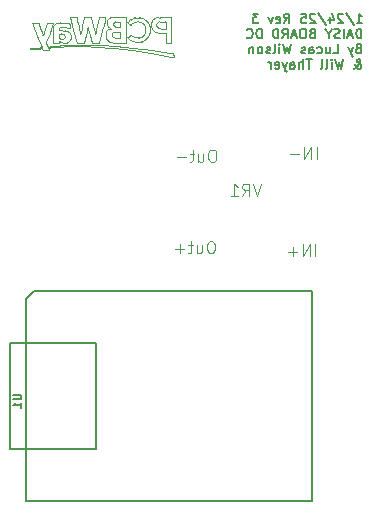
<source format=gbr>
%TF.GenerationSoftware,KiCad,Pcbnew,8.0.4*%
%TF.CreationDate,2025-02-11T21:16:32-05:00*%
%TF.ProjectId,DC_ESP32_Motor_Board_CAN,44435f45-5350-4333-925f-4d6f746f725f,rev?*%
%TF.SameCoordinates,Original*%
%TF.FileFunction,Legend,Bot*%
%TF.FilePolarity,Positive*%
%FSLAX46Y46*%
G04 Gerber Fmt 4.6, Leading zero omitted, Abs format (unit mm)*
G04 Created by KiCad (PCBNEW 8.0.4) date 2025-02-11 21:16:32*
%MOMM*%
%LPD*%
G01*
G04 APERTURE LIST*
%ADD10C,0.100000*%
%ADD11C,0.175000*%
%ADD12C,0.150000*%
%ADD13C,0.127000*%
G04 APERTURE END LIST*
D10*
X86772107Y-58784719D02*
X86702151Y-58785459D01*
X83278584Y-59453199D02*
X83221511Y-59728940D01*
X80238166Y-60872605D02*
G75*
G02*
X80180031Y-60835493I340134J596905D01*
G01*
X89457827Y-61765612D02*
X89338671Y-61743742D01*
X78215410Y-60309059D02*
X78573169Y-61279217D01*
X79035060Y-61058686D02*
X78993966Y-60951332D01*
X85949821Y-59075925D02*
X85869975Y-59146939D01*
X89338671Y-61743742D02*
X87886429Y-61506017D01*
X87170299Y-60356915D02*
G75*
G02*
X87064910Y-60421545I-396499J528315D01*
G01*
X89323431Y-60914526D02*
X89536791Y-60914526D01*
X89768773Y-62118490D02*
G75*
G02*
X89764099Y-62119971I-3773J3790D01*
G01*
X80027031Y-61260483D02*
X80776199Y-61220035D01*
X84698246Y-59360314D02*
G75*
G02*
X84707877Y-59287648I272054J914D01*
G01*
X88508139Y-59697807D02*
G75*
G02*
X88447799Y-59661693I129661J285107D01*
G01*
X86504190Y-60849231D02*
X86558548Y-60854777D01*
X77865876Y-61444367D02*
X78258696Y-61411851D01*
X81160582Y-59418655D02*
X81265130Y-59832486D01*
X78619797Y-61405801D02*
X78628262Y-61427607D01*
X88853531Y-59733460D02*
X88683785Y-59728585D01*
X83444089Y-60909446D02*
X83716657Y-59832486D01*
X81848936Y-60160446D02*
X81807896Y-59972567D01*
X88659016Y-58763533D02*
X88519122Y-58771130D01*
X80993653Y-58752981D02*
G75*
G02*
X80992362Y-58742826I42647J10581D01*
G01*
X81565262Y-58847344D02*
X81554576Y-58798706D01*
X83716657Y-59832486D02*
X83821169Y-59418644D01*
X84587084Y-60369367D02*
G75*
G02*
X84560826Y-60264285I285516J127167D01*
G01*
X81807896Y-59972567D02*
X81761925Y-59760875D01*
X80129509Y-60540206D02*
G75*
G02*
X80103281Y-60522712I124991J215806D01*
G01*
X82441442Y-59769716D02*
X82493214Y-59575824D01*
X79583365Y-59595671D02*
G75*
G02*
X79616926Y-59511712I371035J-99629D01*
G01*
X79485201Y-59499780D02*
X79569280Y-59275164D01*
X81078616Y-60265949D02*
G75*
G02*
X81093320Y-60344570I-409916J-117351D01*
G01*
X89709466Y-61820934D02*
G75*
G02*
X89713820Y-61828827I-10366J-10866D01*
G01*
X79404410Y-59268865D02*
X79301529Y-59268606D01*
X84319384Y-60809296D02*
X84387088Y-60841373D01*
X84696090Y-61365027D02*
X86211353Y-61534164D01*
X79559671Y-60296901D02*
X79559671Y-60914526D01*
X82548743Y-59769683D02*
X82603985Y-59985310D01*
X89617455Y-62094761D02*
X89695384Y-62108487D01*
X89695384Y-62108487D02*
X89764096Y-62119986D01*
X85038451Y-59129138D02*
X85198471Y-59123938D01*
X88128634Y-59956992D02*
G75*
G02*
X88027484Y-59858555I353366J464292D01*
G01*
X87905921Y-59600154D02*
G75*
G02*
X87892442Y-59501212I599479J132054D01*
G01*
X87937219Y-59141247D02*
X87934073Y-59149754D01*
X84694844Y-60010302D02*
X84764585Y-59974726D01*
X84184067Y-59455633D02*
G75*
G02*
X84153015Y-59362088I388333J180833D01*
G01*
X80261550Y-60599494D02*
G75*
G02*
X80232224Y-60591623I31650J176494D01*
G01*
X84914163Y-59136279D02*
X84974370Y-59131993D01*
X85046452Y-59593726D02*
X84963199Y-59592918D01*
X84981528Y-59971175D02*
X85198471Y-59967625D01*
X84765533Y-58737997D02*
X84661179Y-58745918D01*
X82311618Y-61074988D02*
X81684804Y-61077378D01*
X83909188Y-59068105D02*
X83988007Y-58753001D01*
X80062591Y-59831673D02*
X80065558Y-59786746D01*
X86444092Y-59197358D02*
G75*
G02*
X86581936Y-59157236I260708J-638842D01*
G01*
X86535924Y-58793157D02*
X86494797Y-58798624D01*
X77837230Y-59286386D02*
G75*
G02*
X77842307Y-59276130I7270J2786D01*
G01*
X78584629Y-59988078D02*
X78484110Y-59672280D01*
X80928731Y-59692322D02*
G75*
G02*
X80906864Y-59687202I23569J149922D01*
G01*
X89110071Y-59433873D02*
X89110071Y-59737994D01*
X80392438Y-59583587D02*
G75*
G02*
X80531816Y-59585439I57862J-891213D01*
G01*
X86112593Y-59423257D02*
X86171233Y-59372785D01*
X86897694Y-60485866D02*
G75*
G02*
X86819448Y-60498119I-120694J514766D01*
G01*
X89087669Y-59116584D02*
G75*
G02*
X89103316Y-59122961I231J-21816D01*
G01*
X79567135Y-59691422D02*
G75*
G02*
X79583364Y-59595671I514065J-37878D01*
G01*
X84035403Y-60274446D02*
X84035151Y-60503046D01*
X84200154Y-58991599D02*
G75*
G02*
X84252885Y-58919876I289646J-157701D01*
G01*
X79716818Y-59385782D02*
G75*
G02*
X79763121Y-59351330I361282J-437218D01*
G01*
X81291951Y-61086160D02*
X80820731Y-61106519D01*
X80844836Y-59667629D02*
X80880042Y-59679183D01*
X85896136Y-59216209D02*
X85937111Y-59257643D01*
X80617244Y-59597864D02*
G75*
G02*
X80707191Y-59620451I-188444J-940836D01*
G01*
X84422292Y-59725161D02*
X84406708Y-59730785D01*
X79213966Y-61519886D02*
G75*
G02*
X79214229Y-61521679I-8166J-2114D01*
G01*
X86799674Y-60498882D02*
X86722471Y-60501882D01*
X79647235Y-59462115D02*
G75*
G02*
X79679380Y-59421444I303565J-206885D01*
G01*
X78681089Y-60287101D02*
X78584629Y-59988078D01*
X78637881Y-61453061D02*
X78662553Y-61519046D01*
X89087669Y-59116557D02*
X89087669Y-59116584D01*
X80283949Y-59593628D02*
G75*
G02*
X80353767Y-59584982I108751J-591972D01*
G01*
X83221511Y-59728940D02*
X83172439Y-59962127D01*
X82668631Y-60241448D02*
X82836271Y-60909446D01*
X87398885Y-59654211D02*
G75*
G02*
X87412239Y-59742809I-435785J-110989D01*
G01*
X86977639Y-60845309D02*
G75*
G02*
X86889656Y-60855022I-96139J467509D01*
G01*
X84764585Y-59974726D02*
X84981528Y-59971175D01*
X83852402Y-58731646D02*
X83707844Y-58732505D01*
X80091718Y-60764030D02*
X80108132Y-60777298D01*
X88399107Y-59612947D02*
G75*
G02*
X88373683Y-59578953I179493J160747D01*
G01*
X79986530Y-59257527D02*
G75*
G02*
X80206764Y-59229749I246170J-1064773D01*
G01*
X89653051Y-61801322D02*
X89563554Y-61784971D01*
X84969279Y-58731972D02*
X84765533Y-58737997D01*
X83066808Y-59968360D02*
X83006785Y-59735104D01*
X79867294Y-59295693D02*
G75*
G02*
X79986529Y-59257522I290306J-701507D01*
G01*
X88428966Y-59645456D02*
X88408121Y-59623730D01*
X84734417Y-59493380D02*
G75*
G02*
X84707572Y-59433076I163883J109080D01*
G01*
X86737711Y-60857922D02*
X86859386Y-60856664D01*
X80469626Y-59223027D02*
X80392569Y-59222387D01*
X82207342Y-58735206D02*
X82038529Y-59446406D01*
X88253542Y-60031922D02*
G75*
G02*
X88128630Y-59956997I275458J600822D01*
G01*
X86887641Y-58785639D02*
X86835183Y-58784866D01*
X87967938Y-59072420D02*
G75*
G02*
X87981206Y-59048623I255362J-126780D01*
G01*
X80077610Y-60753250D02*
X80091718Y-60764030D01*
X86967494Y-59180172D02*
G75*
G02*
X87042511Y-59212518I-274694J-740228D01*
G01*
X80961751Y-59498709D02*
X80961751Y-59299869D01*
X84406708Y-59730785D02*
X84388177Y-59736269D01*
X80100691Y-60143509D02*
X80119493Y-60144721D01*
X80880042Y-59679183D02*
X80906865Y-59687200D01*
X86889656Y-60855023D02*
X86925030Y-60853105D01*
X89536791Y-60914526D02*
X89536791Y-59837566D01*
X84875258Y-59583895D02*
G75*
G02*
X84840047Y-59573373I60042J265095D01*
G01*
X79568506Y-59270736D02*
X79491017Y-59269666D01*
X78863592Y-59776660D02*
X78798035Y-59971771D01*
X87347714Y-59516372D02*
G75*
G02*
X87398879Y-59654213I-621014J-308928D01*
G01*
X79281731Y-60041835D02*
X79392199Y-59747860D01*
X88447797Y-59661695D02*
G75*
G02*
X88428969Y-59645453I125303J164295D01*
G01*
X88079625Y-58932729D02*
G75*
G02*
X88141210Y-58878535I637775J-662671D01*
G01*
X81684804Y-61077378D02*
X81291951Y-61086160D01*
X77765399Y-61450194D02*
X77865876Y-61444367D01*
X80986775Y-60097456D02*
G75*
G02*
X81042345Y-60177761I-358775J-307644D01*
G01*
X85869031Y-60486082D02*
G75*
G02*
X85871568Y-60479317I10069J82D01*
G01*
X81093327Y-60344569D02*
G75*
G02*
X81097460Y-60443933I-1001527J-91431D01*
G01*
X81841097Y-60909446D02*
X82144409Y-60909446D01*
X79568506Y-59270736D02*
G75*
G02*
X79569778Y-59272214I-206J-1464D01*
G01*
X89563554Y-61784971D02*
X89457827Y-61765612D01*
X86981060Y-60844498D02*
X87041786Y-60830106D01*
X84956609Y-60923072D02*
X85270668Y-60924686D01*
X89771009Y-62111680D02*
G75*
G02*
X89768800Y-62118517I-7909J-1220D01*
G01*
X79103360Y-61234572D02*
X79035060Y-61058686D01*
X81097463Y-60443933D02*
G75*
G02*
X81091818Y-60542287I-997863J7933D01*
G01*
X84736560Y-59224421D02*
G75*
G02*
X84781930Y-59175978I165440J-109479D01*
G01*
X81539242Y-58730126D02*
X81265737Y-58730126D01*
X79679379Y-59421443D02*
G75*
G02*
X79716818Y-59385782I271021J-247057D01*
G01*
X80300714Y-60904247D02*
G75*
G02*
X80238167Y-60872603I288586J648047D01*
G01*
X80928731Y-59692322D02*
X80961751Y-59697549D01*
X88716532Y-59125881D02*
X88851119Y-59119565D01*
X84434672Y-59713353D02*
G75*
G02*
X84436441Y-59716866I-2672J-3547D01*
G01*
X89110071Y-60104377D02*
X89110071Y-60509451D01*
X78686768Y-60289156D02*
G75*
G02*
X78681040Y-60287117I-2068J3256D01*
G01*
X81867770Y-60160471D02*
G75*
G02*
X81863977Y-60172804I-102170J24671D01*
G01*
X85198471Y-59358832D02*
X85198471Y-59593726D01*
X81042343Y-60177762D02*
G75*
G02*
X81078621Y-60265948I-376743J-206538D01*
G01*
X78484110Y-59672280D02*
X78378292Y-59332106D01*
X88027485Y-59858555D02*
G75*
G02*
X87952790Y-59738590I456315J367355D01*
G01*
X88343366Y-59456084D02*
G75*
G02*
X88346457Y-59358718I776534J24084D01*
G01*
X88469343Y-59178657D02*
G75*
G02*
X88526226Y-59152256I129457J-204443D01*
G01*
X87401722Y-59972525D02*
G75*
G02*
X87380316Y-60059405I-443622J63225D01*
G01*
X86799674Y-60498882D02*
G75*
G02*
X86573039Y-60489528I-74974J933682D01*
G01*
X80923651Y-59289864D02*
X80859632Y-59275150D01*
X84306426Y-59624274D02*
G75*
G02*
X84237265Y-59546056I370374J397174D01*
G01*
X80580432Y-60406526D02*
G75*
G02*
X80566696Y-60495580I-286632J-1374D01*
G01*
X83329031Y-61086321D02*
X82938172Y-61077470D01*
X85862254Y-59180306D02*
X85896136Y-59216209D01*
X80853859Y-60893079D02*
G75*
G02*
X80743309Y-60941366I-254459J431879D01*
G01*
X85878051Y-60506088D02*
X85878073Y-60506063D01*
X83983471Y-58735722D02*
X83931806Y-58732988D01*
X87892437Y-59501212D02*
G75*
G02*
X87891869Y-59382741I1203963J65012D01*
G01*
X80153885Y-60148165D02*
X80194052Y-60152654D01*
X85937111Y-59257643D02*
X85985732Y-59304237D01*
X80557783Y-60960066D02*
G75*
G02*
X80453993Y-60951058I26817J911466D01*
G01*
X80537584Y-59225000D02*
X80469626Y-59223027D01*
X86573040Y-60489521D02*
G75*
G02*
X86443796Y-60453218I98060J597321D01*
G01*
X89700689Y-61814341D02*
G75*
G02*
X89709465Y-61820935I-26689J-44659D01*
G01*
X89066891Y-58760693D02*
X88659016Y-58763533D01*
X86211353Y-61534164D02*
X87803866Y-61769258D01*
X86036431Y-59005317D02*
G75*
G02*
X86184182Y-58911149I608969J-792483D01*
G01*
X84328919Y-58855247D02*
G75*
G02*
X84421484Y-58802645I334481J-480853D01*
G01*
X84153024Y-59362086D02*
G75*
G02*
X84141710Y-59266750I541376J112586D01*
G01*
X88308472Y-58799307D02*
G75*
G02*
X88519122Y-58771141I222828J-864693D01*
G01*
X80820731Y-61106519D02*
X80369283Y-61131993D01*
X80194052Y-60152654D02*
X80221571Y-60156048D01*
X80580751Y-59228311D02*
X80537584Y-59225000D01*
X86115224Y-60224720D02*
X85992127Y-60350267D01*
X78612273Y-61386810D02*
X78619797Y-61405801D01*
X85858871Y-59171704D02*
G75*
G02*
X85869977Y-59146941I32929J104D01*
G01*
X86447775Y-58809054D02*
G75*
G02*
X86535924Y-58793155I136225J-502946D01*
G01*
X82755056Y-58729809D02*
X82481199Y-58732507D01*
X84707560Y-59433079D02*
G75*
G02*
X84698245Y-59360314I289040J73979D01*
G01*
X84760509Y-60917227D02*
X84956609Y-60923072D01*
X83006785Y-59735104D02*
X82936683Y-59456781D01*
X86443792Y-60453227D02*
G75*
G02*
X86319282Y-60387042I256008J631827D01*
G01*
X86183618Y-60283584D02*
X86115224Y-60224720D01*
X83121149Y-60176543D02*
X83066808Y-59968360D01*
X86896047Y-59159089D02*
G75*
G02*
X86967495Y-59180168I-117947J-531411D01*
G01*
X79170335Y-60338144D02*
X79281731Y-60041835D01*
X79154325Y-61363686D02*
X79145140Y-61337611D01*
X87967938Y-59072420D02*
X87952412Y-59105340D01*
X84936633Y-59591352D02*
G75*
G02*
X84875258Y-59583896I5867J304652D01*
G01*
X80707191Y-59620451D02*
X80809351Y-59654932D01*
X82481199Y-58732507D02*
X82207342Y-58735206D01*
X79203790Y-61493125D02*
X79192313Y-61463276D01*
X78101711Y-61346870D02*
X77943808Y-61365327D01*
X82938172Y-61077470D02*
X82311618Y-61074988D01*
X86835183Y-58784866D02*
X86772107Y-58784719D01*
X80067671Y-60833246D02*
X80068107Y-60802081D01*
X82495911Y-59573480D02*
G75*
G02*
X82498444Y-59575475I-11J-2620D01*
G01*
X80743311Y-60941371D02*
G75*
G02*
X80660484Y-60957168I-117811J392671D01*
G01*
X88380104Y-59264304D02*
G75*
G02*
X88417669Y-59220004I287596J-205796D01*
G01*
X83172439Y-59962127D02*
X83127916Y-60171399D01*
X89110071Y-59737994D02*
X88853531Y-59733460D01*
X78378292Y-59332106D02*
X78358743Y-59268606D01*
X81523202Y-61205744D02*
X82316671Y-61217417D01*
X79560793Y-59854246D02*
X79559671Y-60296901D01*
X81858218Y-60183006D02*
G75*
G02*
X81855980Y-60181527I-18J2406D01*
G01*
X78978072Y-60901955D02*
G75*
G02*
X78974905Y-60873046I98828J25455D01*
G01*
X80108132Y-60777298D02*
X80126466Y-60793049D01*
X78628262Y-61427607D02*
X78637881Y-61453061D01*
X83983471Y-58735722D02*
G75*
G02*
X83989375Y-58742665I-1171J-6978D01*
G01*
X85944944Y-60399131D02*
X85905191Y-60441951D01*
X85878051Y-60506088D02*
X85949047Y-60568256D01*
X84045741Y-60029194D02*
G75*
G02*
X84058718Y-59988169I282859J-66906D01*
G01*
X78974901Y-60873046D02*
G75*
G02*
X78980444Y-60844623I91299J-3054D01*
G01*
X78391154Y-61313370D02*
X78101711Y-61346870D01*
X88976087Y-59116868D02*
X89087669Y-59116557D01*
X88683785Y-59728585D02*
G75*
G02*
X88572745Y-59717863I12415J708885D01*
G01*
X86269928Y-58870133D02*
X86189381Y-58908176D01*
X79178687Y-61428367D02*
X79165241Y-61393474D01*
X88802731Y-60099041D02*
X89110071Y-60104377D01*
X87886429Y-61506017D02*
X86357332Y-61312501D01*
X84523487Y-58766719D02*
G75*
G02*
X84661179Y-58745910I170613J-662981D01*
G01*
X78741675Y-60136778D02*
X78690780Y-60284144D01*
X84103712Y-60618163D02*
X84155911Y-60679062D01*
X79213966Y-61519886D02*
X79203790Y-61493125D01*
X79133203Y-61522844D02*
X79213131Y-61522808D01*
X84058716Y-59988168D02*
G75*
G02*
X84105557Y-59911825I246384J-98632D01*
G01*
X80068107Y-60802081D02*
X80069451Y-60775842D01*
X79145140Y-61337611D02*
G75*
G02*
X79145651Y-61335302I2260J711D01*
G01*
X84781935Y-59175984D02*
G75*
G02*
X84840058Y-59146163I113165J-149016D01*
G01*
X80993653Y-58752981D02*
X81072531Y-59068152D01*
X85992127Y-60350267D02*
X85944944Y-60399131D01*
X78990737Y-60816583D02*
X79074313Y-60593839D01*
X80759010Y-59256181D02*
X80656101Y-59238671D01*
X86310217Y-59267900D02*
G75*
G02*
X86444092Y-59197357I428083J-650100D01*
G01*
X79567135Y-59691422D02*
X79560793Y-59854246D01*
X80306234Y-60603325D02*
G75*
G02*
X80261550Y-60599493I-1434J245725D01*
G01*
X86504190Y-60849231D02*
G75*
G02*
X86453232Y-60839745I81410J578931D01*
G01*
X80560197Y-60307630D02*
G75*
G02*
X80580432Y-60406526I-237297J-100070D01*
G01*
X88851119Y-59119565D02*
X88976087Y-59116868D01*
X81606092Y-59036656D02*
X81565262Y-58847344D01*
X87945671Y-59121272D02*
X87937219Y-59141247D01*
X80859632Y-59275150D02*
X80759010Y-59256181D01*
X84252885Y-58919876D02*
G75*
G02*
X84328920Y-58855248I370815J-359224D01*
G01*
X88346459Y-59358718D02*
G75*
G02*
X88357821Y-59307116I216341J-20582D01*
G01*
X80316591Y-59223368D02*
X80206764Y-59229753D01*
X86187297Y-60737567D02*
G75*
G02*
X86045869Y-60645069I536303J974367D01*
G01*
X80949826Y-60819761D02*
G75*
G02*
X80853854Y-60893070I-351326J360461D01*
G01*
X85270668Y-60924686D02*
X85747111Y-60924686D01*
X86581935Y-59157231D02*
G75*
G02*
X86732631Y-59143663I151165J-835269D01*
G01*
X77666688Y-61400652D02*
G75*
G02*
X77688039Y-61396805I46112J-194748D01*
G01*
X84237262Y-59546058D02*
G75*
G02*
X84184059Y-59455637I443238J321658D01*
G01*
X81537785Y-60909446D02*
X81841097Y-60909446D01*
X84404626Y-59693147D02*
X84421296Y-59703903D01*
X80067671Y-60318960D02*
X80067671Y-60142366D01*
X80221571Y-60156048D02*
G75*
G02*
X80401591Y-60189423I-165871J-1396852D01*
G01*
X80566686Y-60495577D02*
G75*
G02*
X80525743Y-60556767I-127286J40877D01*
G01*
X77712907Y-61446673D02*
G75*
G02*
X77673603Y-61431832I18393J108173D01*
G01*
X87326890Y-60177191D02*
G75*
G02*
X87257338Y-60275994I-511790J286391D01*
G01*
X81708419Y-59512446D02*
X81654238Y-59260284D01*
X79214231Y-61521679D02*
G75*
G02*
X79213136Y-61522729I-1031J-21D01*
G01*
X87803866Y-61769258D02*
X89525858Y-62077518D01*
X79491017Y-59269666D02*
X79404410Y-59268865D01*
X81860387Y-60181589D02*
G75*
G02*
X81858218Y-60183000I-2187J989D01*
G01*
X80065558Y-59786746D02*
G75*
G02*
X80074701Y-59737298I214842J-14154D01*
G01*
X86608951Y-58787858D02*
X86544979Y-58791953D01*
X89727390Y-61885134D02*
X89713833Y-61828824D01*
X84963199Y-59592918D02*
X84936633Y-59591352D01*
X85282291Y-58730213D02*
X84969279Y-58731972D01*
X87380320Y-60059406D02*
G75*
G02*
X87326887Y-60177189I-724820J257806D01*
G01*
X81854404Y-60177448D02*
G75*
G02*
X81848929Y-60160448I85596J36948D01*
G01*
X85198471Y-60528446D02*
X85094331Y-60527929D01*
X83821169Y-59418644D02*
X83909188Y-59068105D01*
X83127916Y-60171399D02*
G75*
G02*
X83124596Y-60177458I-12116J2699D01*
G01*
X80603563Y-59898377D02*
X80450483Y-59871794D01*
X89536791Y-58760606D02*
X89066891Y-58760693D01*
X85985732Y-59304237D02*
X86112593Y-59423257D01*
X80169295Y-59632123D02*
G75*
G02*
X80224994Y-59608843I188105J-371777D01*
G01*
X87012312Y-60444878D02*
G75*
G02*
X86897695Y-60485871I-237912J484478D01*
G01*
X83707844Y-58732505D02*
X83426257Y-58735206D01*
X84560817Y-60264286D02*
G75*
G02*
X84563275Y-60177027I439483J31286D01*
G01*
X85198471Y-59593726D02*
X85046452Y-59593726D01*
X89110071Y-60509451D02*
X89110071Y-60914526D01*
X84623573Y-60906209D02*
G75*
G02*
X84517750Y-60887528I94327J843409D01*
G01*
X87586594Y-60473229D02*
G75*
G02*
X87433808Y-60628888I-793994J626529D01*
G01*
X88373689Y-59578949D02*
G75*
G02*
X88356223Y-59547241I305511J188949D01*
G01*
X83207111Y-61255350D02*
X84696090Y-61365027D01*
X88526223Y-59152246D02*
G75*
G02*
X88601821Y-59136013I124177J-394154D01*
G01*
X81091816Y-60542287D02*
G75*
G02*
X81075840Y-60617325I-372016J39987D01*
G01*
X78094520Y-59268606D02*
X77931275Y-59269008D01*
X84267647Y-60778650D02*
G75*
G02*
X84186238Y-60709031I266253J393750D01*
G01*
X84931100Y-60522311D02*
X84898441Y-60520152D01*
X86355911Y-58837159D02*
X86269928Y-58870133D01*
X81761925Y-59760875D02*
X81708419Y-59512446D01*
X89536791Y-59837566D02*
X89536791Y-58760606D01*
X84035151Y-60503046D02*
X84069026Y-60565495D01*
X81863975Y-60172803D02*
X81860387Y-60181589D01*
X77842318Y-59276168D02*
G75*
G02*
X77879529Y-59270923I37882J-134132D01*
G01*
X79781121Y-61279111D02*
X80027031Y-61260483D01*
X89108081Y-59217098D02*
X89109583Y-59316795D01*
X84421296Y-59703903D02*
X84434672Y-59713353D01*
X84840045Y-59573377D02*
G75*
G02*
X84778939Y-59540178I87655J234177D01*
G01*
X78393067Y-61400793D02*
X78506560Y-61391844D01*
X88417670Y-59220005D02*
G75*
G02*
X88469338Y-59178649I211830J-211695D01*
G01*
X79192313Y-61463276D02*
X79178687Y-61428367D01*
X85198471Y-59967625D02*
X85198471Y-60528446D01*
X87891871Y-59382741D02*
G75*
G02*
X87902793Y-59266474I1182729J-52459D01*
G01*
X80347061Y-60604001D02*
X80306234Y-60603325D01*
X84282575Y-59776681D02*
G75*
G02*
X84388179Y-59736277I253025J-503119D01*
G01*
X81025373Y-60725940D02*
G75*
G02*
X80949828Y-60819763I-425073J264940D01*
G01*
X80367489Y-60930348D02*
G75*
G02*
X80300713Y-60904250I248511J734348D01*
G01*
X86702151Y-58785459D02*
X86608951Y-58787858D01*
X81973396Y-59720158D02*
X81917613Y-59953168D01*
X80197368Y-60577229D02*
X80172434Y-60564820D01*
X87934073Y-59149754D02*
X87924806Y-59174811D01*
X84141716Y-59266750D02*
G75*
G02*
X84146441Y-59167662I629284J19650D01*
G01*
X85747111Y-59827406D02*
X85747111Y-58730126D01*
X80961751Y-59697549D02*
X80961751Y-59498709D01*
X81075847Y-60617327D02*
G75*
G02*
X81025375Y-60725941I-466247J150627D01*
G01*
X84989062Y-60525116D02*
X84931100Y-60522311D01*
X80067671Y-60142366D02*
X80100691Y-60143509D01*
X77873156Y-59381089D02*
X78215410Y-60309059D01*
X80250551Y-59849254D02*
X80062591Y-59831673D01*
X81265130Y-59832486D02*
X81537785Y-60909446D01*
X77931275Y-59269008D02*
X77879529Y-59270921D01*
X87257339Y-60275995D02*
G75*
G02*
X87170300Y-60356917I-426339J371295D01*
G01*
X84584770Y-60109129D02*
G75*
G02*
X84627782Y-60055247I163330J-86271D01*
G01*
X83124611Y-60177473D02*
G75*
G02*
X83121109Y-60176552I-1511J1373D01*
G01*
X89689081Y-61808866D02*
G75*
G02*
X89700689Y-61814341I-22681J-63134D01*
G01*
X80660484Y-60957173D02*
G75*
G02*
X80557783Y-60960062I-76484J891973D01*
G01*
X79559671Y-60914526D02*
X79813671Y-60914526D01*
X80069451Y-60775842D02*
X80071272Y-60754479D01*
X80656101Y-59238671D02*
X80580751Y-59228311D01*
X79763122Y-59351332D02*
G75*
G02*
X79867292Y-59295688I334278J-500468D01*
G01*
X89677619Y-61805709D02*
G75*
G02*
X89689082Y-61808862I-15619J-79191D01*
G01*
X82498500Y-59575461D02*
X82548743Y-59769683D01*
X89771009Y-62111680D02*
X89748426Y-61992097D01*
X87448293Y-59038806D02*
G75*
G02*
X87636079Y-59251723I-639393J-753194D01*
G01*
X87433804Y-60628883D02*
G75*
G02*
X87248639Y-60750285I-661604J807183D01*
G01*
X86447775Y-58809054D02*
X86355911Y-58837159D01*
X89103298Y-59122979D02*
G75*
G02*
X89106075Y-59129411I-6498J-6621D01*
G01*
X80369283Y-61131993D02*
X79920169Y-61163675D01*
X86357332Y-61312501D02*
X84816523Y-61170200D01*
X87760117Y-60112040D02*
G75*
G02*
X87697870Y-60292274I-911217J213840D01*
G01*
X80094816Y-59695167D02*
G75*
G02*
X80126372Y-59660257I135684J-90933D01*
G01*
X80145715Y-60550015D02*
X80129509Y-60540206D01*
X82603985Y-59985310D02*
X82668631Y-60241448D01*
X79455975Y-61202682D02*
X79103360Y-61234572D01*
X80103280Y-60522714D02*
X80067671Y-60495554D01*
X87412245Y-59742809D02*
G75*
G02*
X87412487Y-59857936I-1202345J-60091D01*
G01*
X80453992Y-60951063D02*
G75*
G02*
X80367488Y-60930351I69808J482563D01*
G01*
X82316671Y-61217417D02*
X83207111Y-61255350D01*
X86905351Y-58787449D02*
G75*
G02*
X87199909Y-58881134I-242751J-1273151D01*
G01*
X80992352Y-58742826D02*
G75*
G02*
X80998708Y-58735962I6748J126D01*
G01*
X84563282Y-60177028D02*
G75*
G02*
X84584758Y-60109123I198318J-25372D01*
G01*
X86184184Y-58911153D02*
X86113753Y-58951496D01*
X87412483Y-59857936D02*
G75*
G02*
X87401723Y-59972525I-1200583J54936D01*
G01*
X89748426Y-61992097D02*
X89727390Y-61885134D01*
X86820424Y-59147449D02*
G75*
G02*
X86896046Y-59159093I-50224J-577551D01*
G01*
X80073732Y-60751966D02*
G75*
G02*
X80077614Y-60753244I-32J-6634D01*
G01*
X88601820Y-59136008D02*
X88716532Y-59125881D01*
X84036167Y-60135042D02*
X84035403Y-60274446D01*
X88572745Y-59717864D02*
G75*
G02*
X88508140Y-59697806I46755J264664D01*
G01*
X87791166Y-59907429D02*
G75*
G02*
X87760125Y-60112042I-1292566J91429D01*
G01*
X87981209Y-59048625D02*
G75*
G02*
X88022059Y-58993309I368891J-229675D01*
G01*
X79920169Y-61163675D02*
X79455975Y-61202682D01*
X86362043Y-60814046D02*
G75*
G02*
X86273300Y-60779961I328157J986946D01*
G01*
X78690780Y-60284144D02*
G75*
G02*
X78686777Y-60289171I-8980J3044D01*
G01*
X78573169Y-61279217D02*
G75*
G02*
X78574148Y-61284733I-14869J-5483D01*
G01*
X82038529Y-59446406D02*
X81973396Y-59720158D01*
X80180030Y-60835495D02*
G75*
G02*
X80126465Y-60793050I384370J540095D01*
G01*
X88579142Y-60092736D02*
X88802731Y-60099041D01*
X87952790Y-59738590D02*
G75*
G02*
X87905921Y-59600154I606210J282390D01*
G01*
X88340039Y-60062624D02*
G75*
G02*
X88253543Y-60031920I128761J499924D01*
G01*
X78980451Y-60844625D02*
X78990737Y-60816583D01*
X84898441Y-60520152D02*
G75*
G02*
X84743334Y-60494915I40659J739152D01*
G01*
X87636089Y-59251717D02*
G75*
G02*
X87753395Y-59507289I-796689J-520383D01*
G01*
X80126372Y-59660257D02*
G75*
G02*
X80169299Y-59632132I147328J-178043D01*
G01*
X84707869Y-59287646D02*
G75*
G02*
X84736548Y-59224413I211831J-57954D01*
G01*
X84166315Y-59073172D02*
G75*
G02*
X84200158Y-58991601I403085J-119428D01*
G01*
X88022057Y-58993307D02*
G75*
G02*
X88079625Y-58932729I706743J-613993D01*
G01*
X78574151Y-61284733D02*
G75*
G02*
X78569199Y-61290421I-5551J-167D01*
G01*
X86558548Y-60854777D02*
X86629515Y-60857467D01*
X80401592Y-60189418D02*
G75*
G02*
X80504131Y-60237273I-74392J-293182D01*
G01*
X80531816Y-59585434D02*
G75*
G02*
X80617245Y-59597860I-74516J-812166D01*
G01*
X87902796Y-59266474D02*
G75*
G02*
X87934069Y-59149752I504904J-72726D01*
G01*
X85198471Y-59123938D02*
X85198471Y-59358832D01*
X87268991Y-59393612D02*
G75*
G02*
X87347711Y-59516374I-524091J-422688D01*
G01*
X80392438Y-59583587D02*
X80443591Y-59581736D01*
X85094331Y-60527929D02*
X85046660Y-60527134D01*
X89110071Y-60914526D02*
X89323431Y-60914526D01*
X77666688Y-61400652D02*
X77635501Y-61408280D01*
X88141208Y-58878533D02*
G75*
G02*
X88194184Y-58843636I209892J-260967D01*
G01*
X84039063Y-60071493D02*
G75*
G02*
X84045749Y-60029196I281437J-22807D01*
G01*
X79392199Y-59747860D02*
X79485201Y-59499780D01*
X85747111Y-60924686D02*
X85747111Y-59827406D01*
X78938392Y-61521749D02*
X79044163Y-61522587D01*
X89677619Y-61805709D02*
X89653051Y-61801322D01*
X78569199Y-61290424D02*
X78502882Y-61299522D01*
X86319284Y-60387039D02*
G75*
G02*
X86183620Y-60283582I804816J1196039D01*
G01*
X77943808Y-61365327D02*
X77805906Y-61382058D01*
X84778936Y-59540182D02*
G75*
G02*
X84734422Y-59493377I111364J150482D01*
G01*
X79813671Y-60914526D02*
X80067671Y-60914526D01*
X87042511Y-59212518D02*
G75*
G02*
X87165837Y-59290963I-301511J-610182D01*
G01*
X82384402Y-59985347D02*
X82441442Y-59769716D01*
X83989328Y-58742665D02*
G75*
G02*
X83988018Y-58753004I-43528J265D01*
G01*
X86453231Y-60839747D02*
G75*
G02*
X86362044Y-60814043I232369J998947D01*
G01*
X89525858Y-62077518D02*
X89617455Y-62094761D01*
X80224993Y-59608839D02*
G75*
G02*
X80283948Y-59593621I137007J-408961D01*
G01*
X88343909Y-59490895D02*
X88343366Y-59456084D01*
X80828113Y-59973937D02*
G75*
G02*
X80914325Y-60028509I-242613J-478663D01*
G01*
X83426257Y-58735206D02*
X83278584Y-59453199D01*
X78610964Y-61384833D02*
G75*
G02*
X78612268Y-61386812I-3564J-3767D01*
G01*
X88347627Y-59522110D02*
G75*
G02*
X88343907Y-59490895I176073J36810D01*
G01*
X80776199Y-61220035D02*
X81523202Y-61205744D01*
X86273302Y-60779957D02*
G75*
G02*
X86187298Y-60737565I424598J969857D01*
G01*
X86732631Y-59143662D02*
G75*
G02*
X86820424Y-59147447I669J-1004438D01*
G01*
X80525749Y-60556774D02*
G75*
G02*
X80453971Y-60592220I-107049J126374D01*
G01*
X85878073Y-60506063D02*
G75*
G02*
X85869042Y-60486082I17327J19863D01*
G01*
X82144409Y-60909446D02*
X82317620Y-60241478D01*
X79569831Y-59272215D02*
G75*
G02*
X79569288Y-59275167I-7831J-85D01*
G01*
X86045871Y-60645066D02*
X86104292Y-60687027D01*
X81917613Y-59953168D02*
X81867770Y-60160471D01*
X84184303Y-59838204D02*
G75*
G02*
X84282574Y-59776679I377797J-494196D01*
G01*
X85046660Y-60527134D02*
X84989062Y-60525116D01*
X82836271Y-60909446D02*
X83140180Y-60909446D01*
X80119493Y-60144721D02*
X80153885Y-60148165D01*
X88356222Y-59547242D02*
G75*
G02*
X88347618Y-59522112I97278J47342D01*
G01*
X77805906Y-61382058D02*
X77688038Y-61396801D01*
X80961751Y-59299869D02*
X80923651Y-59289864D01*
X79616930Y-59511714D02*
G75*
G02*
X79647233Y-59462113I510270J-277686D01*
G01*
X81127432Y-58730668D02*
X81049473Y-58732783D01*
X80450483Y-59871794D02*
X80250551Y-59849254D01*
X86629515Y-60857467D02*
X86737711Y-60857922D01*
X84319384Y-60809296D02*
G75*
G02*
X84267647Y-60778650I229716J446796D01*
G01*
X84421488Y-58802654D02*
G75*
G02*
X84523488Y-58766722I257012J-566846D01*
G01*
X82936683Y-59456781D02*
X82755056Y-58729809D01*
X84039063Y-60071493D02*
X84036167Y-60135042D01*
X84387088Y-60841373D02*
X84422860Y-60855609D01*
X87199909Y-58881135D02*
G75*
G02*
X87448289Y-59038810I-442209J-971065D01*
G01*
X84646360Y-60445785D02*
G75*
G02*
X84587096Y-60369362I126240J159085D01*
G01*
X84627782Y-60055247D02*
G75*
G02*
X84694840Y-60010294I221718J-258253D01*
G01*
X86171233Y-59372785D02*
G75*
G02*
X86310216Y-59267898I885267J-1028515D01*
G01*
X88399107Y-59612947D02*
X88388593Y-59600367D01*
X78662553Y-61519046D02*
X78938392Y-61521749D01*
X78798035Y-59971771D02*
X78741675Y-60136778D01*
X84436461Y-59716866D02*
G75*
G02*
X84434508Y-59719887I-3261J-34D01*
G01*
X87165839Y-59290961D02*
G75*
G02*
X87268992Y-59393611I-418139J-523339D01*
G01*
X81554576Y-58798706D02*
X81539242Y-58730126D01*
X81265737Y-58730126D02*
X81127432Y-58730668D01*
X78358743Y-59268606D02*
X78094520Y-59268606D01*
X87753403Y-59507287D02*
G75*
G02*
X87789325Y-59698991I-967503J-280513D01*
G01*
X80725475Y-59931415D02*
G75*
G02*
X80828117Y-59973928I-227275J-693885D01*
G01*
X88361634Y-59297274D02*
G75*
G02*
X88380101Y-59264302I157266J-66426D01*
G01*
X80504139Y-60237263D02*
G75*
G02*
X80560181Y-60307637I-97239J-134937D01*
G01*
X81072531Y-59068152D02*
X81160582Y-59418655D01*
X84743334Y-60494915D02*
G75*
G02*
X84646372Y-60445769I71666J261615D01*
G01*
X82493214Y-59575824D02*
G75*
G02*
X82495911Y-59573488I2686J-376D01*
G01*
X80074703Y-59737299D02*
G75*
G02*
X80094825Y-59695173I153397J-47401D01*
G01*
X80071272Y-60754479D02*
G75*
G02*
X80073732Y-60751971I2428J79D01*
G01*
X88440029Y-60081539D02*
G75*
G02*
X88340039Y-60062623I94671J774139D01*
G01*
X79074313Y-60593839D02*
X79170335Y-60338144D01*
X87064909Y-60421543D02*
X87012312Y-60444878D01*
X87697868Y-60292273D02*
G75*
G02*
X87586599Y-60473233I-826768J383673D01*
G01*
X80392569Y-59222387D02*
X80316591Y-59223368D01*
X79044163Y-61522587D02*
X79133203Y-61522844D01*
X83140180Y-60909446D02*
X83444089Y-60909446D01*
X84840053Y-59146146D02*
G75*
G02*
X84863736Y-59141245I37647J-122254D01*
G01*
X85949047Y-60568256D02*
X86027871Y-60632137D01*
X85862254Y-59180306D02*
G75*
G02*
X85858854Y-59171704I9446J8706D01*
G01*
X84373264Y-59674810D02*
X84404626Y-59693147D01*
X78258696Y-61411851D02*
X78393067Y-61400793D01*
X79301529Y-59268606D02*
X79033228Y-59268606D01*
X79153386Y-61331731D02*
X79478378Y-61304096D01*
X80067671Y-60495554D02*
X80067671Y-60318960D01*
X84103712Y-60618163D02*
G75*
G02*
X84069023Y-60565497I289988J228763D01*
G01*
X79478378Y-61304096D02*
X79781121Y-61279111D01*
X88440029Y-60081539D02*
X88579142Y-60092736D01*
X79165241Y-61393474D02*
X79154325Y-61363686D01*
X80067671Y-60914526D02*
X80067671Y-60833246D01*
X86887641Y-58785639D02*
G75*
G02*
X86905350Y-58787455I-1541J-102261D01*
G01*
X85198471Y-61191738D02*
X83329031Y-61086321D01*
X78608762Y-61384017D02*
G75*
G02*
X78610960Y-61384838I138J-2983D01*
G01*
X80603563Y-59898377D02*
G75*
G02*
X80725475Y-59931414I-257863J-1193023D01*
G01*
X84155911Y-60679062D02*
X84186244Y-60709025D01*
X81049473Y-58732783D02*
X80998708Y-58735959D01*
X80453970Y-60592216D02*
G75*
G02*
X80347061Y-60604004I-109170J499416D01*
G01*
X84146445Y-59167663D02*
G75*
G02*
X84166320Y-59073173I594155J-75637D01*
G01*
X80914327Y-60028506D02*
G75*
G02*
X80986767Y-60097463I-303727J-391594D01*
G01*
X77635501Y-61408280D02*
X77673605Y-61431829D01*
X84105550Y-59911819D02*
G75*
G02*
X84184304Y-59838205I410550J-360281D01*
G01*
X81654238Y-59260284D02*
X81606092Y-59036656D01*
X83931806Y-58732988D02*
X83852402Y-58731646D01*
X78993966Y-60951332D02*
G75*
G02*
X78978070Y-60901955I405634J157832D01*
G01*
X84623573Y-60906209D02*
X84760509Y-60917227D01*
X89109583Y-59316795D02*
X89110071Y-59433873D01*
X78502882Y-61299522D02*
X78391154Y-61313370D01*
X85905191Y-60441951D02*
X85871585Y-60479332D01*
X84434511Y-59719895D02*
X84422292Y-59725161D01*
X87789320Y-59698991D02*
G75*
G02*
X87791166Y-59907429I-1307520J-115809D01*
G01*
X86036431Y-59005317D02*
X85949821Y-59075925D01*
X84974370Y-59131993D02*
X85038451Y-59129138D01*
X84863736Y-59141242D02*
X84914163Y-59136279D01*
X81856028Y-60181507D02*
X81852563Y-60172846D01*
X84517751Y-60887524D02*
G75*
G02*
X84422857Y-60855615I137149J564924D01*
G01*
X87248644Y-60750295D02*
G75*
G02*
X86981061Y-60844503I-479244J934095D01*
G01*
X77765399Y-61450194D02*
G75*
G02*
X77712906Y-61446681I-9099J257994D01*
G01*
X89106059Y-59129411D02*
X89108081Y-59217098D01*
X79145667Y-61335316D02*
G75*
G02*
X79153383Y-61331697I8733J-8584D01*
G01*
X80232221Y-60591630D02*
G75*
G02*
X80197368Y-60577229I143479J396630D01*
G01*
X78506560Y-61391844D02*
X78608762Y-61384017D01*
X88194186Y-58843640D02*
G75*
G02*
X88308475Y-58799317I244314J-460460D01*
G01*
X79033228Y-59268606D02*
X78863592Y-59776660D01*
X80172434Y-60564820D02*
X80145715Y-60550015D01*
X80809351Y-59654932D02*
X80844836Y-59667629D01*
X82317620Y-60241478D02*
X82384402Y-59985347D01*
X84373264Y-59674810D02*
G75*
G02*
X84306420Y-59624280I211236J348910D01*
G01*
X85747111Y-58730126D02*
X85282291Y-58730213D01*
X77837230Y-59286386D02*
X77873156Y-59381089D01*
D11*
X105244145Y-59231775D02*
X105701288Y-59231775D01*
X105472716Y-59231775D02*
X105472716Y-58431775D01*
X105472716Y-58431775D02*
X105548907Y-58546060D01*
X105548907Y-58546060D02*
X105625097Y-58622251D01*
X105625097Y-58622251D02*
X105701288Y-58660346D01*
X104329859Y-58393680D02*
X105015573Y-59422251D01*
X104101288Y-58507965D02*
X104063192Y-58469870D01*
X104063192Y-58469870D02*
X103987002Y-58431775D01*
X103987002Y-58431775D02*
X103796526Y-58431775D01*
X103796526Y-58431775D02*
X103720335Y-58469870D01*
X103720335Y-58469870D02*
X103682240Y-58507965D01*
X103682240Y-58507965D02*
X103644145Y-58584156D01*
X103644145Y-58584156D02*
X103644145Y-58660346D01*
X103644145Y-58660346D02*
X103682240Y-58774632D01*
X103682240Y-58774632D02*
X104139383Y-59231775D01*
X104139383Y-59231775D02*
X103644145Y-59231775D01*
X102958430Y-58698441D02*
X102958430Y-59231775D01*
X103148906Y-58393680D02*
X103339383Y-58965108D01*
X103339383Y-58965108D02*
X102844144Y-58965108D01*
X101967954Y-58393680D02*
X102653668Y-59422251D01*
X101739383Y-58507965D02*
X101701287Y-58469870D01*
X101701287Y-58469870D02*
X101625097Y-58431775D01*
X101625097Y-58431775D02*
X101434621Y-58431775D01*
X101434621Y-58431775D02*
X101358430Y-58469870D01*
X101358430Y-58469870D02*
X101320335Y-58507965D01*
X101320335Y-58507965D02*
X101282240Y-58584156D01*
X101282240Y-58584156D02*
X101282240Y-58660346D01*
X101282240Y-58660346D02*
X101320335Y-58774632D01*
X101320335Y-58774632D02*
X101777478Y-59231775D01*
X101777478Y-59231775D02*
X101282240Y-59231775D01*
X100558430Y-58431775D02*
X100939382Y-58431775D01*
X100939382Y-58431775D02*
X100977478Y-58812727D01*
X100977478Y-58812727D02*
X100939382Y-58774632D01*
X100939382Y-58774632D02*
X100863192Y-58736537D01*
X100863192Y-58736537D02*
X100672716Y-58736537D01*
X100672716Y-58736537D02*
X100596525Y-58774632D01*
X100596525Y-58774632D02*
X100558430Y-58812727D01*
X100558430Y-58812727D02*
X100520335Y-58888918D01*
X100520335Y-58888918D02*
X100520335Y-59079394D01*
X100520335Y-59079394D02*
X100558430Y-59155584D01*
X100558430Y-59155584D02*
X100596525Y-59193680D01*
X100596525Y-59193680D02*
X100672716Y-59231775D01*
X100672716Y-59231775D02*
X100863192Y-59231775D01*
X100863192Y-59231775D02*
X100939382Y-59193680D01*
X100939382Y-59193680D02*
X100977478Y-59155584D01*
X99110810Y-59231775D02*
X99377477Y-58850822D01*
X99567953Y-59231775D02*
X99567953Y-58431775D01*
X99567953Y-58431775D02*
X99263191Y-58431775D01*
X99263191Y-58431775D02*
X99187001Y-58469870D01*
X99187001Y-58469870D02*
X99148906Y-58507965D01*
X99148906Y-58507965D02*
X99110810Y-58584156D01*
X99110810Y-58584156D02*
X99110810Y-58698441D01*
X99110810Y-58698441D02*
X99148906Y-58774632D01*
X99148906Y-58774632D02*
X99187001Y-58812727D01*
X99187001Y-58812727D02*
X99263191Y-58850822D01*
X99263191Y-58850822D02*
X99567953Y-58850822D01*
X98463191Y-59193680D02*
X98539382Y-59231775D01*
X98539382Y-59231775D02*
X98691763Y-59231775D01*
X98691763Y-59231775D02*
X98767953Y-59193680D01*
X98767953Y-59193680D02*
X98806049Y-59117489D01*
X98806049Y-59117489D02*
X98806049Y-58812727D01*
X98806049Y-58812727D02*
X98767953Y-58736537D01*
X98767953Y-58736537D02*
X98691763Y-58698441D01*
X98691763Y-58698441D02*
X98539382Y-58698441D01*
X98539382Y-58698441D02*
X98463191Y-58736537D01*
X98463191Y-58736537D02*
X98425096Y-58812727D01*
X98425096Y-58812727D02*
X98425096Y-58888918D01*
X98425096Y-58888918D02*
X98806049Y-58965108D01*
X98158430Y-58698441D02*
X97967954Y-59231775D01*
X97967954Y-59231775D02*
X97777477Y-58698441D01*
X96939382Y-58431775D02*
X96444144Y-58431775D01*
X96444144Y-58431775D02*
X96710810Y-58736537D01*
X96710810Y-58736537D02*
X96596525Y-58736537D01*
X96596525Y-58736537D02*
X96520334Y-58774632D01*
X96520334Y-58774632D02*
X96482239Y-58812727D01*
X96482239Y-58812727D02*
X96444144Y-58888918D01*
X96444144Y-58888918D02*
X96444144Y-59079394D01*
X96444144Y-59079394D02*
X96482239Y-59155584D01*
X96482239Y-59155584D02*
X96520334Y-59193680D01*
X96520334Y-59193680D02*
X96596525Y-59231775D01*
X96596525Y-59231775D02*
X96825096Y-59231775D01*
X96825096Y-59231775D02*
X96901287Y-59193680D01*
X96901287Y-59193680D02*
X96939382Y-59155584D01*
X105663192Y-60519730D02*
X105663192Y-59719730D01*
X105663192Y-59719730D02*
X105472716Y-59719730D01*
X105472716Y-59719730D02*
X105358430Y-59757825D01*
X105358430Y-59757825D02*
X105282240Y-59834015D01*
X105282240Y-59834015D02*
X105244145Y-59910206D01*
X105244145Y-59910206D02*
X105206049Y-60062587D01*
X105206049Y-60062587D02*
X105206049Y-60176873D01*
X105206049Y-60176873D02*
X105244145Y-60329254D01*
X105244145Y-60329254D02*
X105282240Y-60405444D01*
X105282240Y-60405444D02*
X105358430Y-60481635D01*
X105358430Y-60481635D02*
X105472716Y-60519730D01*
X105472716Y-60519730D02*
X105663192Y-60519730D01*
X104901288Y-60291158D02*
X104520335Y-60291158D01*
X104977478Y-60519730D02*
X104710811Y-59719730D01*
X104710811Y-59719730D02*
X104444145Y-60519730D01*
X104177478Y-60519730D02*
X104177478Y-59719730D01*
X103834622Y-60481635D02*
X103720336Y-60519730D01*
X103720336Y-60519730D02*
X103529860Y-60519730D01*
X103529860Y-60519730D02*
X103453669Y-60481635D01*
X103453669Y-60481635D02*
X103415574Y-60443539D01*
X103415574Y-60443539D02*
X103377479Y-60367349D01*
X103377479Y-60367349D02*
X103377479Y-60291158D01*
X103377479Y-60291158D02*
X103415574Y-60214968D01*
X103415574Y-60214968D02*
X103453669Y-60176873D01*
X103453669Y-60176873D02*
X103529860Y-60138777D01*
X103529860Y-60138777D02*
X103682241Y-60100682D01*
X103682241Y-60100682D02*
X103758431Y-60062587D01*
X103758431Y-60062587D02*
X103796526Y-60024492D01*
X103796526Y-60024492D02*
X103834622Y-59948301D01*
X103834622Y-59948301D02*
X103834622Y-59872111D01*
X103834622Y-59872111D02*
X103796526Y-59795920D01*
X103796526Y-59795920D02*
X103758431Y-59757825D01*
X103758431Y-59757825D02*
X103682241Y-59719730D01*
X103682241Y-59719730D02*
X103491764Y-59719730D01*
X103491764Y-59719730D02*
X103377479Y-59757825D01*
X102882240Y-60138777D02*
X102882240Y-60519730D01*
X103148907Y-59719730D02*
X102882240Y-60138777D01*
X102882240Y-60138777D02*
X102615574Y-59719730D01*
X101472717Y-60100682D02*
X101358431Y-60138777D01*
X101358431Y-60138777D02*
X101320336Y-60176873D01*
X101320336Y-60176873D02*
X101282240Y-60253063D01*
X101282240Y-60253063D02*
X101282240Y-60367349D01*
X101282240Y-60367349D02*
X101320336Y-60443539D01*
X101320336Y-60443539D02*
X101358431Y-60481635D01*
X101358431Y-60481635D02*
X101434621Y-60519730D01*
X101434621Y-60519730D02*
X101739383Y-60519730D01*
X101739383Y-60519730D02*
X101739383Y-59719730D01*
X101739383Y-59719730D02*
X101472717Y-59719730D01*
X101472717Y-59719730D02*
X101396526Y-59757825D01*
X101396526Y-59757825D02*
X101358431Y-59795920D01*
X101358431Y-59795920D02*
X101320336Y-59872111D01*
X101320336Y-59872111D02*
X101320336Y-59948301D01*
X101320336Y-59948301D02*
X101358431Y-60024492D01*
X101358431Y-60024492D02*
X101396526Y-60062587D01*
X101396526Y-60062587D02*
X101472717Y-60100682D01*
X101472717Y-60100682D02*
X101739383Y-60100682D01*
X100787002Y-59719730D02*
X100634621Y-59719730D01*
X100634621Y-59719730D02*
X100558431Y-59757825D01*
X100558431Y-59757825D02*
X100482240Y-59834015D01*
X100482240Y-59834015D02*
X100444145Y-59986396D01*
X100444145Y-59986396D02*
X100444145Y-60253063D01*
X100444145Y-60253063D02*
X100482240Y-60405444D01*
X100482240Y-60405444D02*
X100558431Y-60481635D01*
X100558431Y-60481635D02*
X100634621Y-60519730D01*
X100634621Y-60519730D02*
X100787002Y-60519730D01*
X100787002Y-60519730D02*
X100863193Y-60481635D01*
X100863193Y-60481635D02*
X100939383Y-60405444D01*
X100939383Y-60405444D02*
X100977479Y-60253063D01*
X100977479Y-60253063D02*
X100977479Y-59986396D01*
X100977479Y-59986396D02*
X100939383Y-59834015D01*
X100939383Y-59834015D02*
X100863193Y-59757825D01*
X100863193Y-59757825D02*
X100787002Y-59719730D01*
X100139384Y-60291158D02*
X99758431Y-60291158D01*
X100215574Y-60519730D02*
X99948907Y-59719730D01*
X99948907Y-59719730D02*
X99682241Y-60519730D01*
X98958431Y-60519730D02*
X99225098Y-60138777D01*
X99415574Y-60519730D02*
X99415574Y-59719730D01*
X99415574Y-59719730D02*
X99110812Y-59719730D01*
X99110812Y-59719730D02*
X99034622Y-59757825D01*
X99034622Y-59757825D02*
X98996527Y-59795920D01*
X98996527Y-59795920D02*
X98958431Y-59872111D01*
X98958431Y-59872111D02*
X98958431Y-59986396D01*
X98958431Y-59986396D02*
X98996527Y-60062587D01*
X98996527Y-60062587D02*
X99034622Y-60100682D01*
X99034622Y-60100682D02*
X99110812Y-60138777D01*
X99110812Y-60138777D02*
X99415574Y-60138777D01*
X98615574Y-60519730D02*
X98615574Y-59719730D01*
X98615574Y-59719730D02*
X98425098Y-59719730D01*
X98425098Y-59719730D02*
X98310812Y-59757825D01*
X98310812Y-59757825D02*
X98234622Y-59834015D01*
X98234622Y-59834015D02*
X98196527Y-59910206D01*
X98196527Y-59910206D02*
X98158431Y-60062587D01*
X98158431Y-60062587D02*
X98158431Y-60176873D01*
X98158431Y-60176873D02*
X98196527Y-60329254D01*
X98196527Y-60329254D02*
X98234622Y-60405444D01*
X98234622Y-60405444D02*
X98310812Y-60481635D01*
X98310812Y-60481635D02*
X98425098Y-60519730D01*
X98425098Y-60519730D02*
X98615574Y-60519730D01*
X97206050Y-60519730D02*
X97206050Y-59719730D01*
X97206050Y-59719730D02*
X97015574Y-59719730D01*
X97015574Y-59719730D02*
X96901288Y-59757825D01*
X96901288Y-59757825D02*
X96825098Y-59834015D01*
X96825098Y-59834015D02*
X96787003Y-59910206D01*
X96787003Y-59910206D02*
X96748907Y-60062587D01*
X96748907Y-60062587D02*
X96748907Y-60176873D01*
X96748907Y-60176873D02*
X96787003Y-60329254D01*
X96787003Y-60329254D02*
X96825098Y-60405444D01*
X96825098Y-60405444D02*
X96901288Y-60481635D01*
X96901288Y-60481635D02*
X97015574Y-60519730D01*
X97015574Y-60519730D02*
X97206050Y-60519730D01*
X95948907Y-60443539D02*
X95987003Y-60481635D01*
X95987003Y-60481635D02*
X96101288Y-60519730D01*
X96101288Y-60519730D02*
X96177479Y-60519730D01*
X96177479Y-60519730D02*
X96291765Y-60481635D01*
X96291765Y-60481635D02*
X96367955Y-60405444D01*
X96367955Y-60405444D02*
X96406050Y-60329254D01*
X96406050Y-60329254D02*
X96444146Y-60176873D01*
X96444146Y-60176873D02*
X96444146Y-60062587D01*
X96444146Y-60062587D02*
X96406050Y-59910206D01*
X96406050Y-59910206D02*
X96367955Y-59834015D01*
X96367955Y-59834015D02*
X96291765Y-59757825D01*
X96291765Y-59757825D02*
X96177479Y-59719730D01*
X96177479Y-59719730D02*
X96101288Y-59719730D01*
X96101288Y-59719730D02*
X95987003Y-59757825D01*
X95987003Y-59757825D02*
X95948907Y-59795920D01*
X105396526Y-61388637D02*
X105282240Y-61426732D01*
X105282240Y-61426732D02*
X105244145Y-61464828D01*
X105244145Y-61464828D02*
X105206049Y-61541018D01*
X105206049Y-61541018D02*
X105206049Y-61655304D01*
X105206049Y-61655304D02*
X105244145Y-61731494D01*
X105244145Y-61731494D02*
X105282240Y-61769590D01*
X105282240Y-61769590D02*
X105358430Y-61807685D01*
X105358430Y-61807685D02*
X105663192Y-61807685D01*
X105663192Y-61807685D02*
X105663192Y-61007685D01*
X105663192Y-61007685D02*
X105396526Y-61007685D01*
X105396526Y-61007685D02*
X105320335Y-61045780D01*
X105320335Y-61045780D02*
X105282240Y-61083875D01*
X105282240Y-61083875D02*
X105244145Y-61160066D01*
X105244145Y-61160066D02*
X105244145Y-61236256D01*
X105244145Y-61236256D02*
X105282240Y-61312447D01*
X105282240Y-61312447D02*
X105320335Y-61350542D01*
X105320335Y-61350542D02*
X105396526Y-61388637D01*
X105396526Y-61388637D02*
X105663192Y-61388637D01*
X104939383Y-61274351D02*
X104748907Y-61807685D01*
X104558430Y-61274351D02*
X104748907Y-61807685D01*
X104748907Y-61807685D02*
X104825097Y-61998161D01*
X104825097Y-61998161D02*
X104863192Y-62036256D01*
X104863192Y-62036256D02*
X104939383Y-62074351D01*
X103263192Y-61807685D02*
X103644144Y-61807685D01*
X103644144Y-61807685D02*
X103644144Y-61007685D01*
X102653668Y-61274351D02*
X102653668Y-61807685D01*
X102996525Y-61274351D02*
X102996525Y-61693399D01*
X102996525Y-61693399D02*
X102958430Y-61769590D01*
X102958430Y-61769590D02*
X102882240Y-61807685D01*
X102882240Y-61807685D02*
X102767954Y-61807685D01*
X102767954Y-61807685D02*
X102691763Y-61769590D01*
X102691763Y-61769590D02*
X102653668Y-61731494D01*
X101929858Y-61769590D02*
X102006049Y-61807685D01*
X102006049Y-61807685D02*
X102158430Y-61807685D01*
X102158430Y-61807685D02*
X102234620Y-61769590D01*
X102234620Y-61769590D02*
X102272715Y-61731494D01*
X102272715Y-61731494D02*
X102310811Y-61655304D01*
X102310811Y-61655304D02*
X102310811Y-61426732D01*
X102310811Y-61426732D02*
X102272715Y-61350542D01*
X102272715Y-61350542D02*
X102234620Y-61312447D01*
X102234620Y-61312447D02*
X102158430Y-61274351D01*
X102158430Y-61274351D02*
X102006049Y-61274351D01*
X102006049Y-61274351D02*
X101929858Y-61312447D01*
X101244144Y-61807685D02*
X101244144Y-61388637D01*
X101244144Y-61388637D02*
X101282239Y-61312447D01*
X101282239Y-61312447D02*
X101358430Y-61274351D01*
X101358430Y-61274351D02*
X101510811Y-61274351D01*
X101510811Y-61274351D02*
X101587001Y-61312447D01*
X101244144Y-61769590D02*
X101320335Y-61807685D01*
X101320335Y-61807685D02*
X101510811Y-61807685D01*
X101510811Y-61807685D02*
X101587001Y-61769590D01*
X101587001Y-61769590D02*
X101625097Y-61693399D01*
X101625097Y-61693399D02*
X101625097Y-61617209D01*
X101625097Y-61617209D02*
X101587001Y-61541018D01*
X101587001Y-61541018D02*
X101510811Y-61502923D01*
X101510811Y-61502923D02*
X101320335Y-61502923D01*
X101320335Y-61502923D02*
X101244144Y-61464828D01*
X100901287Y-61769590D02*
X100825096Y-61807685D01*
X100825096Y-61807685D02*
X100672715Y-61807685D01*
X100672715Y-61807685D02*
X100596525Y-61769590D01*
X100596525Y-61769590D02*
X100558429Y-61693399D01*
X100558429Y-61693399D02*
X100558429Y-61655304D01*
X100558429Y-61655304D02*
X100596525Y-61579113D01*
X100596525Y-61579113D02*
X100672715Y-61541018D01*
X100672715Y-61541018D02*
X100787001Y-61541018D01*
X100787001Y-61541018D02*
X100863191Y-61502923D01*
X100863191Y-61502923D02*
X100901287Y-61426732D01*
X100901287Y-61426732D02*
X100901287Y-61388637D01*
X100901287Y-61388637D02*
X100863191Y-61312447D01*
X100863191Y-61312447D02*
X100787001Y-61274351D01*
X100787001Y-61274351D02*
X100672715Y-61274351D01*
X100672715Y-61274351D02*
X100596525Y-61312447D01*
X99682239Y-61007685D02*
X99491763Y-61807685D01*
X99491763Y-61807685D02*
X99339382Y-61236256D01*
X99339382Y-61236256D02*
X99187001Y-61807685D01*
X99187001Y-61807685D02*
X98996525Y-61007685D01*
X98691762Y-61807685D02*
X98691762Y-61274351D01*
X98691762Y-61007685D02*
X98729858Y-61045780D01*
X98729858Y-61045780D02*
X98691762Y-61083875D01*
X98691762Y-61083875D02*
X98653667Y-61045780D01*
X98653667Y-61045780D02*
X98691762Y-61007685D01*
X98691762Y-61007685D02*
X98691762Y-61083875D01*
X98196525Y-61807685D02*
X98272715Y-61769590D01*
X98272715Y-61769590D02*
X98310810Y-61693399D01*
X98310810Y-61693399D02*
X98310810Y-61007685D01*
X97929858Y-61769590D02*
X97853667Y-61807685D01*
X97853667Y-61807685D02*
X97701286Y-61807685D01*
X97701286Y-61807685D02*
X97625096Y-61769590D01*
X97625096Y-61769590D02*
X97587000Y-61693399D01*
X97587000Y-61693399D02*
X97587000Y-61655304D01*
X97587000Y-61655304D02*
X97625096Y-61579113D01*
X97625096Y-61579113D02*
X97701286Y-61541018D01*
X97701286Y-61541018D02*
X97815572Y-61541018D01*
X97815572Y-61541018D02*
X97891762Y-61502923D01*
X97891762Y-61502923D02*
X97929858Y-61426732D01*
X97929858Y-61426732D02*
X97929858Y-61388637D01*
X97929858Y-61388637D02*
X97891762Y-61312447D01*
X97891762Y-61312447D02*
X97815572Y-61274351D01*
X97815572Y-61274351D02*
X97701286Y-61274351D01*
X97701286Y-61274351D02*
X97625096Y-61312447D01*
X97129858Y-61807685D02*
X97206048Y-61769590D01*
X97206048Y-61769590D02*
X97244143Y-61731494D01*
X97244143Y-61731494D02*
X97282239Y-61655304D01*
X97282239Y-61655304D02*
X97282239Y-61426732D01*
X97282239Y-61426732D02*
X97244143Y-61350542D01*
X97244143Y-61350542D02*
X97206048Y-61312447D01*
X97206048Y-61312447D02*
X97129858Y-61274351D01*
X97129858Y-61274351D02*
X97015572Y-61274351D01*
X97015572Y-61274351D02*
X96939381Y-61312447D01*
X96939381Y-61312447D02*
X96901286Y-61350542D01*
X96901286Y-61350542D02*
X96863191Y-61426732D01*
X96863191Y-61426732D02*
X96863191Y-61655304D01*
X96863191Y-61655304D02*
X96901286Y-61731494D01*
X96901286Y-61731494D02*
X96939381Y-61769590D01*
X96939381Y-61769590D02*
X97015572Y-61807685D01*
X97015572Y-61807685D02*
X97129858Y-61807685D01*
X96520333Y-61274351D02*
X96520333Y-61807685D01*
X96520333Y-61350542D02*
X96482238Y-61312447D01*
X96482238Y-61312447D02*
X96406048Y-61274351D01*
X96406048Y-61274351D02*
X96291762Y-61274351D01*
X96291762Y-61274351D02*
X96215571Y-61312447D01*
X96215571Y-61312447D02*
X96177476Y-61388637D01*
X96177476Y-61388637D02*
X96177476Y-61807685D01*
X105015573Y-63095640D02*
X105053669Y-63095640D01*
X105053669Y-63095640D02*
X105129859Y-63057545D01*
X105129859Y-63057545D02*
X105244145Y-62943259D01*
X105244145Y-62943259D02*
X105434621Y-62714687D01*
X105434621Y-62714687D02*
X105510811Y-62600402D01*
X105510811Y-62600402D02*
X105548907Y-62486116D01*
X105548907Y-62486116D02*
X105548907Y-62409925D01*
X105548907Y-62409925D02*
X105510811Y-62333735D01*
X105510811Y-62333735D02*
X105434621Y-62295640D01*
X105434621Y-62295640D02*
X105396526Y-62295640D01*
X105396526Y-62295640D02*
X105320335Y-62333735D01*
X105320335Y-62333735D02*
X105282240Y-62409925D01*
X105282240Y-62409925D02*
X105282240Y-62448021D01*
X105282240Y-62448021D02*
X105320335Y-62524211D01*
X105320335Y-62524211D02*
X105358430Y-62562306D01*
X105358430Y-62562306D02*
X105587002Y-62714687D01*
X105587002Y-62714687D02*
X105625097Y-62752783D01*
X105625097Y-62752783D02*
X105663192Y-62828973D01*
X105663192Y-62828973D02*
X105663192Y-62943259D01*
X105663192Y-62943259D02*
X105625097Y-63019449D01*
X105625097Y-63019449D02*
X105587002Y-63057545D01*
X105587002Y-63057545D02*
X105510811Y-63095640D01*
X105510811Y-63095640D02*
X105396526Y-63095640D01*
X105396526Y-63095640D02*
X105320335Y-63057545D01*
X105320335Y-63057545D02*
X105282240Y-63019449D01*
X105282240Y-63019449D02*
X105167954Y-62867068D01*
X105167954Y-62867068D02*
X105129859Y-62752783D01*
X105129859Y-62752783D02*
X105129859Y-62676592D01*
X104139383Y-62295640D02*
X103948907Y-63095640D01*
X103948907Y-63095640D02*
X103796526Y-62524211D01*
X103796526Y-62524211D02*
X103644145Y-63095640D01*
X103644145Y-63095640D02*
X103453669Y-62295640D01*
X103148906Y-63095640D02*
X103148906Y-62562306D01*
X103148906Y-62295640D02*
X103187002Y-62333735D01*
X103187002Y-62333735D02*
X103148906Y-62371830D01*
X103148906Y-62371830D02*
X103110811Y-62333735D01*
X103110811Y-62333735D02*
X103148906Y-62295640D01*
X103148906Y-62295640D02*
X103148906Y-62371830D01*
X102653669Y-63095640D02*
X102729859Y-63057545D01*
X102729859Y-63057545D02*
X102767954Y-62981354D01*
X102767954Y-62981354D02*
X102767954Y-62295640D01*
X102234621Y-63095640D02*
X102310811Y-63057545D01*
X102310811Y-63057545D02*
X102348906Y-62981354D01*
X102348906Y-62981354D02*
X102348906Y-62295640D01*
X101434620Y-62295640D02*
X100977477Y-62295640D01*
X101206049Y-63095640D02*
X101206049Y-62295640D01*
X100710810Y-63095640D02*
X100710810Y-62295640D01*
X100367953Y-63095640D02*
X100367953Y-62676592D01*
X100367953Y-62676592D02*
X100406048Y-62600402D01*
X100406048Y-62600402D02*
X100482239Y-62562306D01*
X100482239Y-62562306D02*
X100596525Y-62562306D01*
X100596525Y-62562306D02*
X100672715Y-62600402D01*
X100672715Y-62600402D02*
X100710810Y-62638497D01*
X99644143Y-63095640D02*
X99644143Y-62676592D01*
X99644143Y-62676592D02*
X99682238Y-62600402D01*
X99682238Y-62600402D02*
X99758429Y-62562306D01*
X99758429Y-62562306D02*
X99910810Y-62562306D01*
X99910810Y-62562306D02*
X99987000Y-62600402D01*
X99644143Y-63057545D02*
X99720334Y-63095640D01*
X99720334Y-63095640D02*
X99910810Y-63095640D01*
X99910810Y-63095640D02*
X99987000Y-63057545D01*
X99987000Y-63057545D02*
X100025096Y-62981354D01*
X100025096Y-62981354D02*
X100025096Y-62905164D01*
X100025096Y-62905164D02*
X99987000Y-62828973D01*
X99987000Y-62828973D02*
X99910810Y-62790878D01*
X99910810Y-62790878D02*
X99720334Y-62790878D01*
X99720334Y-62790878D02*
X99644143Y-62752783D01*
X99339381Y-62562306D02*
X99148905Y-63095640D01*
X98958428Y-62562306D02*
X99148905Y-63095640D01*
X99148905Y-63095640D02*
X99225095Y-63286116D01*
X99225095Y-63286116D02*
X99263190Y-63324211D01*
X99263190Y-63324211D02*
X99339381Y-63362306D01*
X98348904Y-63057545D02*
X98425095Y-63095640D01*
X98425095Y-63095640D02*
X98577476Y-63095640D01*
X98577476Y-63095640D02*
X98653666Y-63057545D01*
X98653666Y-63057545D02*
X98691762Y-62981354D01*
X98691762Y-62981354D02*
X98691762Y-62676592D01*
X98691762Y-62676592D02*
X98653666Y-62600402D01*
X98653666Y-62600402D02*
X98577476Y-62562306D01*
X98577476Y-62562306D02*
X98425095Y-62562306D01*
X98425095Y-62562306D02*
X98348904Y-62600402D01*
X98348904Y-62600402D02*
X98310809Y-62676592D01*
X98310809Y-62676592D02*
X98310809Y-62752783D01*
X98310809Y-62752783D02*
X98691762Y-62828973D01*
X97967952Y-63095640D02*
X97967952Y-62562306D01*
X97967952Y-62714687D02*
X97929857Y-62638497D01*
X97929857Y-62638497D02*
X97891762Y-62600402D01*
X97891762Y-62600402D02*
X97815571Y-62562306D01*
X97815571Y-62562306D02*
X97739381Y-62562306D01*
D10*
X97143723Y-72846019D02*
X96810390Y-73846019D01*
X96810390Y-73846019D02*
X96477057Y-72846019D01*
X95572295Y-73846019D02*
X95905628Y-73369828D01*
X96143723Y-73846019D02*
X96143723Y-72846019D01*
X96143723Y-72846019D02*
X95762771Y-72846019D01*
X95762771Y-72846019D02*
X95667533Y-72893638D01*
X95667533Y-72893638D02*
X95619914Y-72941257D01*
X95619914Y-72941257D02*
X95572295Y-73036495D01*
X95572295Y-73036495D02*
X95572295Y-73179352D01*
X95572295Y-73179352D02*
X95619914Y-73274590D01*
X95619914Y-73274590D02*
X95667533Y-73322209D01*
X95667533Y-73322209D02*
X95762771Y-73369828D01*
X95762771Y-73369828D02*
X96143723Y-73369828D01*
X94619914Y-73846019D02*
X95191342Y-73846019D01*
X94905628Y-73846019D02*
X94905628Y-72846019D01*
X94905628Y-72846019D02*
X95000866Y-72988876D01*
X95000866Y-72988876D02*
X95096104Y-73084114D01*
X95096104Y-73084114D02*
X95191342Y-73131733D01*
X101880315Y-70713019D02*
X101880315Y-69713019D01*
X101404125Y-70713019D02*
X101404125Y-69713019D01*
X101404125Y-69713019D02*
X100832697Y-70713019D01*
X100832697Y-70713019D02*
X100832697Y-69713019D01*
X100356506Y-70332066D02*
X99594602Y-70332066D01*
X101753315Y-78968019D02*
X101753315Y-77968019D01*
X101277125Y-78968019D02*
X101277125Y-77968019D01*
X101277125Y-77968019D02*
X100705697Y-78968019D01*
X100705697Y-78968019D02*
X100705697Y-77968019D01*
X100229506Y-78587066D02*
X99467602Y-78587066D01*
X99848554Y-78968019D02*
X99848554Y-78206114D01*
X93137322Y-69967019D02*
X92946846Y-69967019D01*
X92946846Y-69967019D02*
X92851608Y-70014638D01*
X92851608Y-70014638D02*
X92756370Y-70109876D01*
X92756370Y-70109876D02*
X92708751Y-70300352D01*
X92708751Y-70300352D02*
X92708751Y-70633685D01*
X92708751Y-70633685D02*
X92756370Y-70824161D01*
X92756370Y-70824161D02*
X92851608Y-70919400D01*
X92851608Y-70919400D02*
X92946846Y-70967019D01*
X92946846Y-70967019D02*
X93137322Y-70967019D01*
X93137322Y-70967019D02*
X93232560Y-70919400D01*
X93232560Y-70919400D02*
X93327798Y-70824161D01*
X93327798Y-70824161D02*
X93375417Y-70633685D01*
X93375417Y-70633685D02*
X93375417Y-70300352D01*
X93375417Y-70300352D02*
X93327798Y-70109876D01*
X93327798Y-70109876D02*
X93232560Y-70014638D01*
X93232560Y-70014638D02*
X93137322Y-69967019D01*
X91851608Y-70300352D02*
X91851608Y-70967019D01*
X92280179Y-70300352D02*
X92280179Y-70824161D01*
X92280179Y-70824161D02*
X92232560Y-70919400D01*
X92232560Y-70919400D02*
X92137322Y-70967019D01*
X92137322Y-70967019D02*
X91994465Y-70967019D01*
X91994465Y-70967019D02*
X91899227Y-70919400D01*
X91899227Y-70919400D02*
X91851608Y-70871780D01*
X91518274Y-70300352D02*
X91137322Y-70300352D01*
X91375417Y-69967019D02*
X91375417Y-70824161D01*
X91375417Y-70824161D02*
X91327798Y-70919400D01*
X91327798Y-70919400D02*
X91232560Y-70967019D01*
X91232560Y-70967019D02*
X91137322Y-70967019D01*
X90803988Y-70586066D02*
X90042084Y-70586066D01*
X93010322Y-77714019D02*
X92819846Y-77714019D01*
X92819846Y-77714019D02*
X92724608Y-77761638D01*
X92724608Y-77761638D02*
X92629370Y-77856876D01*
X92629370Y-77856876D02*
X92581751Y-78047352D01*
X92581751Y-78047352D02*
X92581751Y-78380685D01*
X92581751Y-78380685D02*
X92629370Y-78571161D01*
X92629370Y-78571161D02*
X92724608Y-78666400D01*
X92724608Y-78666400D02*
X92819846Y-78714019D01*
X92819846Y-78714019D02*
X93010322Y-78714019D01*
X93010322Y-78714019D02*
X93105560Y-78666400D01*
X93105560Y-78666400D02*
X93200798Y-78571161D01*
X93200798Y-78571161D02*
X93248417Y-78380685D01*
X93248417Y-78380685D02*
X93248417Y-78047352D01*
X93248417Y-78047352D02*
X93200798Y-77856876D01*
X93200798Y-77856876D02*
X93105560Y-77761638D01*
X93105560Y-77761638D02*
X93010322Y-77714019D01*
X91724608Y-78047352D02*
X91724608Y-78714019D01*
X92153179Y-78047352D02*
X92153179Y-78571161D01*
X92153179Y-78571161D02*
X92105560Y-78666400D01*
X92105560Y-78666400D02*
X92010322Y-78714019D01*
X92010322Y-78714019D02*
X91867465Y-78714019D01*
X91867465Y-78714019D02*
X91772227Y-78666400D01*
X91772227Y-78666400D02*
X91724608Y-78618780D01*
X91391274Y-78047352D02*
X91010322Y-78047352D01*
X91248417Y-77714019D02*
X91248417Y-78571161D01*
X91248417Y-78571161D02*
X91200798Y-78666400D01*
X91200798Y-78666400D02*
X91105560Y-78714019D01*
X91105560Y-78714019D02*
X91010322Y-78714019D01*
X90676988Y-78333066D02*
X89915084Y-78333066D01*
X90296036Y-78714019D02*
X90296036Y-77952114D01*
D12*
X76131931Y-90705065D02*
X76698598Y-90705065D01*
X76698598Y-90705065D02*
X76765264Y-90738399D01*
X76765264Y-90738399D02*
X76798598Y-90771732D01*
X76798598Y-90771732D02*
X76831931Y-90838399D01*
X76831931Y-90838399D02*
X76831931Y-90971732D01*
X76831931Y-90971732D02*
X76798598Y-91038399D01*
X76798598Y-91038399D02*
X76765264Y-91071732D01*
X76765264Y-91071732D02*
X76698598Y-91105065D01*
X76698598Y-91105065D02*
X76131931Y-91105065D01*
X76831931Y-91805065D02*
X76831931Y-91405065D01*
X76831931Y-91605065D02*
X76131931Y-91605065D01*
X76131931Y-91605065D02*
X76231931Y-91538398D01*
X76231931Y-91538398D02*
X76298598Y-91471732D01*
X76298598Y-91471732D02*
X76331931Y-91405065D01*
D13*
%TO.C,U1*%
X75871400Y-86299901D02*
X83224398Y-86299900D01*
X75872400Y-95298899D02*
X75872401Y-86303900D01*
X77296400Y-82575442D02*
X77296400Y-99703899D01*
X77296400Y-99703899D02*
X101471400Y-99693900D01*
X77967901Y-81903901D02*
X77296400Y-82575442D01*
X83224398Y-86299900D02*
X83224399Y-95298900D01*
X83224399Y-95298900D02*
X75872400Y-95298899D01*
X101471400Y-81893900D02*
X77967901Y-81903901D01*
X101471400Y-99693900D02*
X101471400Y-81893900D01*
%TD*%
M02*

</source>
